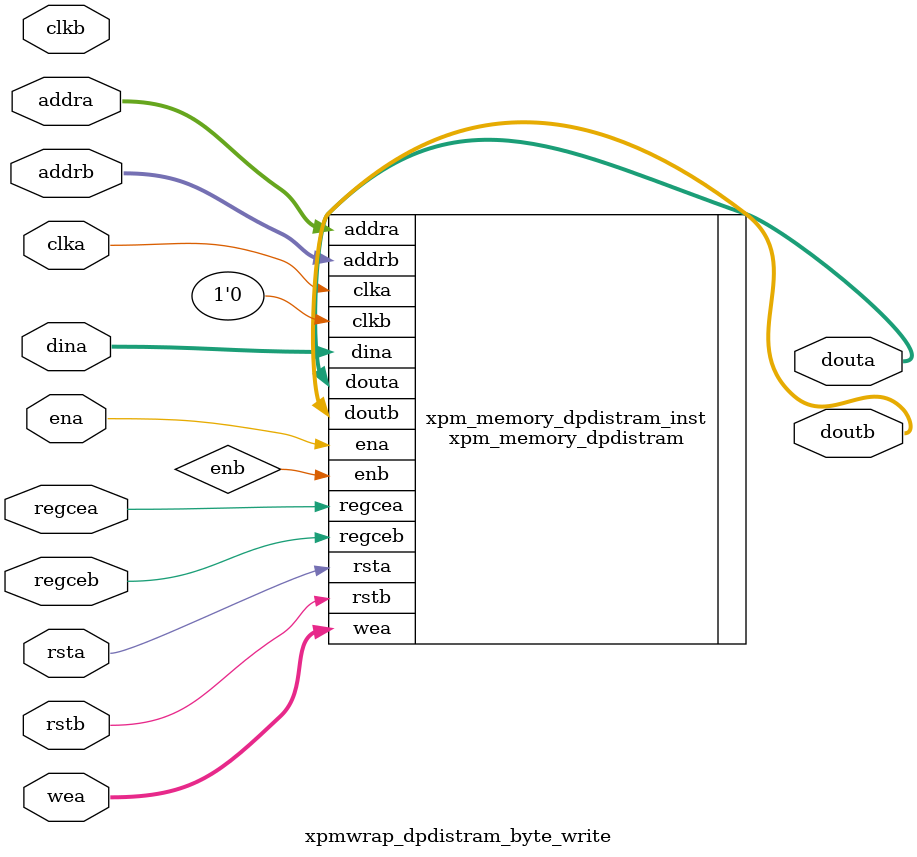
<source format=sv>
module xpmwrap_dpdistram_byte_write #(
    parameter ADDR_WIDTH_A = 6,
    parameter ADDR_WIDTH_B = 6,
    parameter READ_DATA_WIDTH_A = 32,
    parameter READ_DATA_WIDTH_B = 32,
    parameter WRITE_DATA_WIDTH_A = 32,
    parameter BYTE_WRITE_WIDTH_A = 8,
    parameter CLOCKING_MODE = 0
) (
    // Port A
    output logic [READ_DATA_WIDTH_A-1:0] douta,
    input  logic [WRITE_DATA_WIDTH_A-1:0] dina,
    input  logic [ADDR_WIDTH_A-1:0] addra,
    input  logic [WRITE_DATA_WIDTH_A/BYTE_WRITE_WIDTH_A-1:0] wea,
    input  logic ena,
    input  logic regcea,
    input  logic clka,
    input  logic rsta,
    // Port B
    output logic [READ_DATA_WIDTH_B-1:0] doutb,
    input  logic [ADDR_WIDTH_B-1:0] addrb,
    input  logic ena,
    input  logic regceb,
    input  logic clkb,
    input  logic rstb
);

localparam MEMORY_SIZE = ((2**ADDR_WIDTH_A) * WRITE_DATA_WIDTH_A);

// xpm_memory_dpdistram: Dual Port Distributed RAM
// Xilinx Parameterized Macro, version 2025.1

xpm_memory_dpdistram #(
   .ADDR_WIDTH_A(ADDR_WIDTH_A),               // DECIMAL
   .ADDR_WIDTH_B(ADDR_WIDTH_B),               // DECIMAL
   .BYTE_WRITE_WIDTH_A(BYTE_WRITE_WIDTH_A),        // DECIMAL
   .CLOCKING_MODE(CLOCKING_MODE ? "independent_clock" : "common_clock"), // String
   .IGNORE_INIT_SYNTH(0),          // DECIMAL
   .MEMORY_INIT_FILE("none"),      // String
   .MEMORY_INIT_PARAM("0"),        // String
   .MEMORY_OPTIMIZATION("true"),   // String
   .MEMORY_SIZE(MEMORY_SIZE),             // DECIMAL
   .MESSAGE_CONTROL(0),            // DECIMAL
   .READ_DATA_WIDTH_A(READ_DATA_WIDTH_A),         // DECIMAL
   .READ_DATA_WIDTH_B(READ_DATA_WIDTH_B),         // DECIMAL
   .READ_LATENCY_A(2),             // DECIMAL
   .READ_LATENCY_B(2),             // DECIMAL
   .READ_RESET_VALUE_A("0"),       // String
   .READ_RESET_VALUE_B("0"),       // String
   .RST_MODE_A("SYNC"),            // String    "SYNC", "ASYNC"
   .RST_MODE_B("SYNC"),            // String    "SYNC", "ASYNC"
   .SIM_ASSERT_CHK(0),             // DECIMAL; 0=disable simulation messages, 1=enable simulation messages
   .USE_EMBEDDED_CONSTRAINT(0),    // DECIMAL
   .USE_MEM_INIT(1),               // DECIMAL
   .USE_MEM_INIT_MMI(0),           // DECIMAL
   .WRITE_DATA_WIDTH_A(WRITE_DATA_WIDTH_A)         // DECIMAL
)
xpm_memory_dpdistram_inst (
   .douta(douta),   // READ_DATA_WIDTH_A-bit output: Data output for port A read operations.
   .doutb(doutb),   // READ_DATA_WIDTH_B-bit output: Data output for port B read operations.
   .addra(addra),   // ADDR_WIDTH_A-bit input: Address for port A write and read operations.
   .addrb(addrb),   // ADDR_WIDTH_B-bit input: Address for port B write and read operations.
   .clka(clka),     // 1-bit input: Clock signal for port A. Also clocks port B when parameter CLOCKING_MODE is "common_clock".
   .clkb(CLOCKING_MODE ? clkb : '0),// 1-bit input: Clock signal for port B when parameter CLOCKING_MODE is "independent_clock". Unused when parameter
                    // CLOCKING_MODE is "common_clock".

   .dina(dina),     // WRITE_DATA_WIDTH_A-bit input: Data input for port A write operations.
   .ena(ena),       // 1-bit input: Memory enable signal for port A. Must be high on clock cycles when read or write operations are initiated.
                    // Pipelined internally.

   .enb(enb),       // 1-bit input: Memory enable signal for port B. Must be high on clock cycles when read or write operations are initiated.
                    // Pipelined internally.

   .regcea(regcea), // 1-bit input: Clock Enable for the last register stage on the output data path.
   .regceb(regceb), // 1-bit input: Do not change from the provided value.
   .rsta(rsta),     // 1-bit input: Reset signal for the final port A output register stage. Synchronously resets output port douta to the value
                    // specified by parameter READ_RESET_VALUE_A.

   .rstb(rstb),     // 1-bit input: Reset signal for the final port B output register stage. Synchronously resets output port doutb to the value
                    // specified by parameter READ_RESET_VALUE_B.

   .wea(wea)        // WRITE_DATA_WIDTH_A/BYTE_WRITE_WIDTH_A-bit input: Write enable vector for port A input data port dina. 1 bit wide when
                    // word-wide writes are used. In byte-wide write configurations, each bit controls the writing one byte of dina to address
                    // addra. For example, to synchronously write only bits [15-8] of dina when WRITE_DATA_WIDTH_A is 32, wea would be 4'b0010.

);

// End of xpm_memory_dpdistram_inst instantiation

endmodule
</source>
